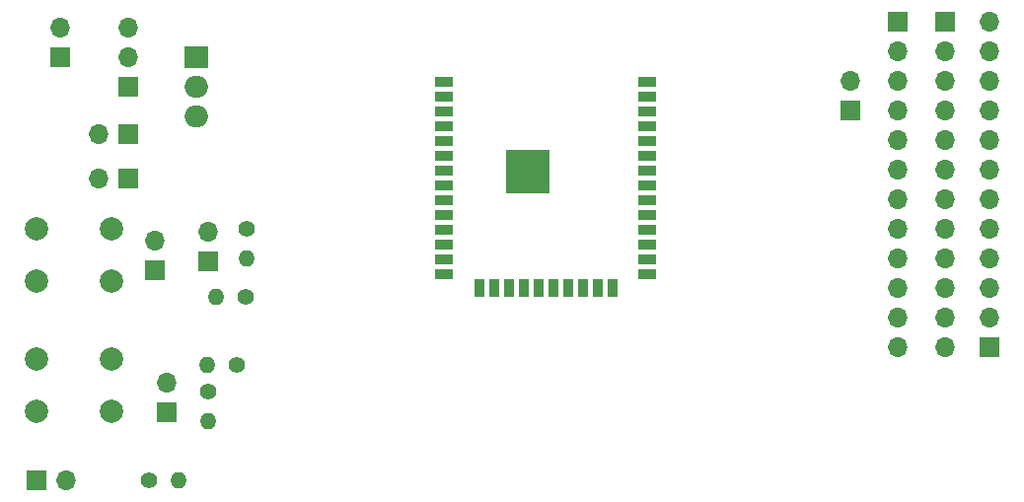
<source format=gbr>
%TF.GenerationSoftware,KiCad,Pcbnew,7.0.10*%
%TF.CreationDate,2024-01-14T13:48:43-05:00*%
%TF.ProjectId,esp32-wroom,65737033-322d-4777-926f-6f6d2e6b6963,rev?*%
%TF.SameCoordinates,Original*%
%TF.FileFunction,Soldermask,Top*%
%TF.FilePolarity,Negative*%
%FSLAX46Y46*%
G04 Gerber Fmt 4.6, Leading zero omitted, Abs format (unit mm)*
G04 Created by KiCad (PCBNEW 7.0.10) date 2024-01-14 13:48:43*
%MOMM*%
%LPD*%
G01*
G04 APERTURE LIST*
%ADD10R,1.500000X0.900000*%
%ADD11R,0.900000X1.500000*%
%ADD12R,3.800000X3.800000*%
%ADD13C,1.400000*%
%ADD14O,1.400000X1.400000*%
%ADD15R,1.700000X1.700000*%
%ADD16O,1.700000X1.700000*%
%ADD17C,2.000000*%
%ADD18R,2.000000X1.905000*%
%ADD19O,2.000000X1.905000*%
G04 APERTURE END LIST*
D10*
%TO.C,U1*%
X116764000Y-66870000D03*
X116764000Y-68140000D03*
X116764000Y-69410000D03*
X116764000Y-70680000D03*
X116764000Y-71950000D03*
X116764000Y-73220000D03*
X116764000Y-74490000D03*
X116764000Y-75760000D03*
X116764000Y-77030000D03*
X116764000Y-78300000D03*
X116764000Y-79570000D03*
X116764000Y-80840000D03*
X116764000Y-82110000D03*
X116764000Y-83380000D03*
D11*
X119804000Y-84630000D03*
X121074000Y-84630000D03*
X122344000Y-84630000D03*
X123614000Y-84630000D03*
X124884000Y-84630000D03*
X126154000Y-84630000D03*
X127424000Y-84630000D03*
X128694000Y-84630000D03*
X129964000Y-84630000D03*
X131234000Y-84630000D03*
D10*
X134264000Y-83380000D03*
X134264000Y-82110000D03*
X134264000Y-80840000D03*
X134264000Y-79570000D03*
X134264000Y-78300000D03*
X134264000Y-77030000D03*
X134264000Y-75760000D03*
X134264000Y-74490000D03*
X134264000Y-73220000D03*
X134264000Y-71950000D03*
X134264000Y-70680000D03*
X134264000Y-69410000D03*
X134264000Y-68140000D03*
X134264000Y-66870000D03*
D12*
X124014000Y-74590000D03*
%TD*%
D13*
%TO.C,R5*%
X91490000Y-101092000D03*
D14*
X94030000Y-101092000D03*
%TD*%
D15*
%TO.C,J1*%
X83820000Y-64770000D03*
D16*
X83820000Y-62230000D03*
%TD*%
D15*
%TO.C,C1*%
X89662000Y-75184000D03*
D16*
X87122000Y-75184000D03*
%TD*%
D15*
%TO.C,J2*%
X151682000Y-69342000D03*
D16*
X151682000Y-66802000D03*
%TD*%
D17*
%TO.C,SW2*%
X81788000Y-90678000D03*
X88288000Y-90678000D03*
X81788000Y-95178000D03*
X88288000Y-95178000D03*
%TD*%
D13*
%TO.C,R2*%
X99822000Y-79552000D03*
D14*
X99822000Y-82092000D03*
%TD*%
D15*
%TO.C,C4*%
X91948000Y-83058000D03*
D16*
X91948000Y-80518000D03*
%TD*%
D18*
%TO.C,U2*%
X95504000Y-64770000D03*
D19*
X95504000Y-67310000D03*
X95504000Y-69850000D03*
%TD*%
D15*
%TO.C,C3*%
X96520000Y-82301000D03*
D16*
X96520000Y-79761000D03*
%TD*%
D13*
%TO.C,R3*%
X99010000Y-91186000D03*
D14*
X96470000Y-91186000D03*
%TD*%
D15*
%TO.C,J6*%
X163620000Y-89662000D03*
D16*
X163620000Y-87122000D03*
X163620000Y-84582000D03*
X163620000Y-82042000D03*
X163620000Y-79502000D03*
X163620000Y-76962000D03*
X163620000Y-74422000D03*
X163620000Y-71882000D03*
X163620000Y-69342000D03*
X163620000Y-66802000D03*
X163620000Y-64262000D03*
X163620000Y-61722000D03*
%TD*%
D15*
%TO.C,J3*%
X89662000Y-67310000D03*
D16*
X89662000Y-64770000D03*
X89662000Y-62230000D03*
%TD*%
D13*
%TO.C,R1*%
X99772000Y-85344000D03*
D14*
X97232000Y-85344000D03*
%TD*%
D15*
%TO.C,J5*%
X159810000Y-61722000D03*
D16*
X159810000Y-64262000D03*
X159810000Y-66802000D03*
X159810000Y-69342000D03*
X159810000Y-71882000D03*
X159810000Y-74422000D03*
X159810000Y-76962000D03*
X159810000Y-79502000D03*
X159810000Y-82042000D03*
X159810000Y-84582000D03*
X159810000Y-87122000D03*
X159810000Y-89662000D03*
%TD*%
D15*
%TO.C,D1*%
X81788000Y-101092000D03*
D16*
X84328000Y-101092000D03*
%TD*%
D13*
%TO.C,R4*%
X96520000Y-93522000D03*
D14*
X96520000Y-96062000D03*
%TD*%
D15*
%TO.C,C2*%
X89662000Y-71374000D03*
D16*
X87122000Y-71374000D03*
%TD*%
D17*
%TO.C,SW1*%
X81788000Y-79502000D03*
X88288000Y-79502000D03*
X81788000Y-84002000D03*
X88288000Y-84002000D03*
%TD*%
D15*
%TO.C,C5*%
X92964000Y-95250000D03*
D16*
X92964000Y-92710000D03*
%TD*%
D15*
%TO.C,J4*%
X155746000Y-61722000D03*
D16*
X155746000Y-64262000D03*
X155746000Y-66802000D03*
X155746000Y-69342000D03*
X155746000Y-71882000D03*
X155746000Y-74422000D03*
X155746000Y-76962000D03*
X155746000Y-79502000D03*
X155746000Y-82042000D03*
X155746000Y-84582000D03*
X155746000Y-87122000D03*
X155746000Y-89662000D03*
%TD*%
M02*

</source>
